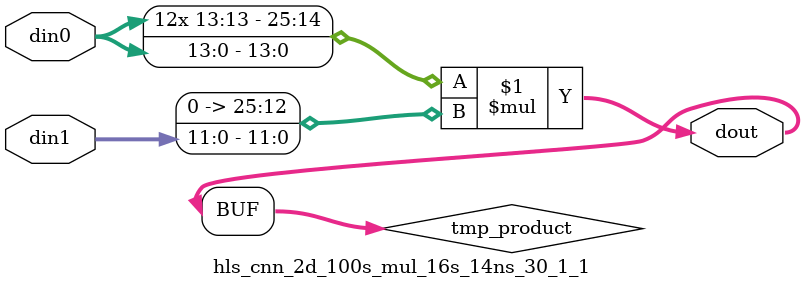
<source format=v>

`timescale 1 ns / 1 ps

  module hls_cnn_2d_100s_mul_16s_14ns_30_1_1(din0, din1, dout);
parameter ID = 1;
parameter NUM_STAGE = 0;
parameter din0_WIDTH = 14;
parameter din1_WIDTH = 12;
parameter dout_WIDTH = 26;

input [din0_WIDTH - 1 : 0] din0; 
input [din1_WIDTH - 1 : 0] din1; 
output [dout_WIDTH - 1 : 0] dout;

wire signed [dout_WIDTH - 1 : 0] tmp_product;












assign tmp_product = $signed(din0) * $signed({1'b0, din1});









assign dout = tmp_product;







endmodule

</source>
